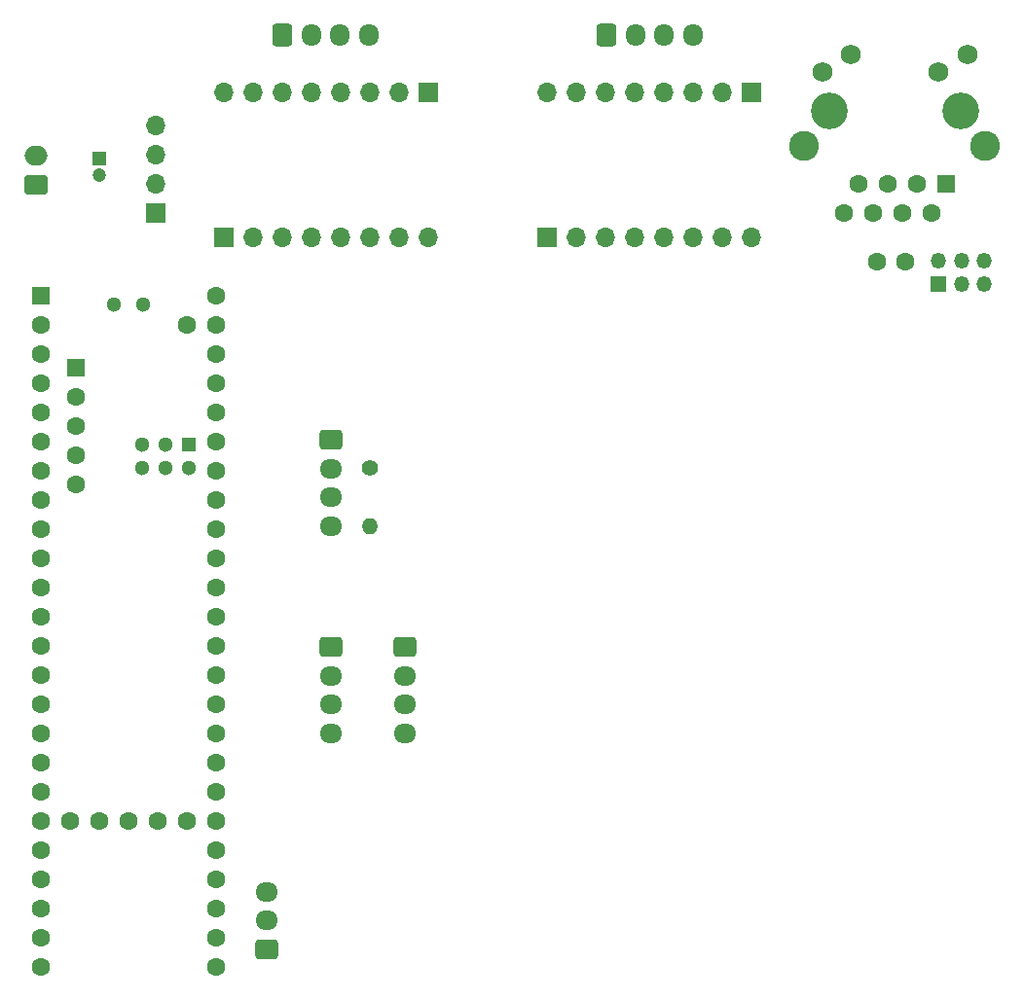
<source format=gbs>
%TF.GenerationSoftware,KiCad,Pcbnew,8.0.1*%
%TF.CreationDate,2024-05-05T15:48:18-04:00*%
%TF.ProjectId,science-board,73636965-6e63-4652-9d62-6f6172642e6b,rev?*%
%TF.SameCoordinates,Original*%
%TF.FileFunction,Soldermask,Bot*%
%TF.FilePolarity,Negative*%
%FSLAX46Y46*%
G04 Gerber Fmt 4.6, Leading zero omitted, Abs format (unit mm)*
G04 Created by KiCad (PCBNEW 8.0.1) date 2024-05-05 15:48:18*
%MOMM*%
%LPD*%
G01*
G04 APERTURE LIST*
G04 Aperture macros list*
%AMRoundRect*
0 Rectangle with rounded corners*
0 $1 Rounding radius*
0 $2 $3 $4 $5 $6 $7 $8 $9 X,Y pos of 4 corners*
0 Add a 4 corners polygon primitive as box body*
4,1,4,$2,$3,$4,$5,$6,$7,$8,$9,$2,$3,0*
0 Add four circle primitives for the rounded corners*
1,1,$1+$1,$2,$3*
1,1,$1+$1,$4,$5*
1,1,$1+$1,$6,$7*
1,1,$1+$1,$8,$9*
0 Add four rect primitives between the rounded corners*
20,1,$1+$1,$2,$3,$4,$5,0*
20,1,$1+$1,$4,$5,$6,$7,0*
20,1,$1+$1,$6,$7,$8,$9,0*
20,1,$1+$1,$8,$9,$2,$3,0*%
G04 Aperture macros list end*
%ADD10R,1.700000X1.700000*%
%ADD11O,1.700000X1.700000*%
%ADD12R,1.350000X1.350000*%
%ADD13O,1.350000X1.350000*%
%ADD14RoundRect,0.250000X-0.725000X0.600000X-0.725000X-0.600000X0.725000X-0.600000X0.725000X0.600000X0*%
%ADD15O,1.950000X1.700000*%
%ADD16C,3.200000*%
%ADD17RoundRect,0.102000X-0.699000X-0.699000X0.699000X-0.699000X0.699000X0.699000X-0.699000X0.699000X0*%
%ADD18C,1.602000*%
%ADD19C,1.734000*%
%ADD20C,2.604000*%
%ADD21RoundRect,0.250000X-0.600000X-0.725000X0.600000X-0.725000X0.600000X0.725000X-0.600000X0.725000X0*%
%ADD22O,1.700000X1.950000*%
%ADD23RoundRect,0.250000X0.750000X-0.600000X0.750000X0.600000X-0.750000X0.600000X-0.750000X-0.600000X0*%
%ADD24O,2.000000X1.700000*%
%ADD25C,1.400000*%
%ADD26O,1.400000X1.400000*%
%ADD27C,1.600000*%
%ADD28R,1.200000X1.200000*%
%ADD29C,1.200000*%
%ADD30R,1.600000X1.600000*%
%ADD31R,1.300000X1.300000*%
%ADD32C,1.300000*%
%ADD33RoundRect,0.250000X0.725000X-0.600000X0.725000X0.600000X-0.725000X0.600000X-0.725000X-0.600000X0*%
G04 APERTURE END LIST*
D10*
X36370000Y-43950000D03*
D11*
X38910000Y-43950000D03*
X41450000Y-43950000D03*
X43990000Y-43950000D03*
X46530000Y-43950000D03*
X49070000Y-43950000D03*
X51610000Y-43950000D03*
X54150000Y-43950000D03*
D12*
X98540000Y-47980000D03*
D13*
X98540000Y-45980000D03*
X100540000Y-47980000D03*
X100540000Y-45980000D03*
X102540000Y-47980000D03*
X102540000Y-45980000D03*
D10*
X54120000Y-31300000D03*
D11*
X51580000Y-31300000D03*
X49040000Y-31300000D03*
X46500000Y-31300000D03*
X43960000Y-31300000D03*
X41420000Y-31300000D03*
X38880000Y-31300000D03*
X36340000Y-31300000D03*
D10*
X64530000Y-43950000D03*
D11*
X67070000Y-43950000D03*
X69610000Y-43950000D03*
X72150000Y-43950000D03*
X74690000Y-43950000D03*
X77230000Y-43950000D03*
X79770000Y-43950000D03*
X82310000Y-43950000D03*
D14*
X52116000Y-79562000D03*
D15*
X52116000Y-82062000D03*
X52116000Y-84562000D03*
X52116000Y-87062000D03*
D10*
X82280000Y-31300000D03*
D11*
X79740000Y-31300000D03*
X77200000Y-31300000D03*
X74660000Y-31300000D03*
X72120000Y-31300000D03*
X69580000Y-31300000D03*
X67040000Y-31300000D03*
X64500000Y-31300000D03*
D14*
X45720000Y-61548000D03*
D15*
X45720000Y-64048000D03*
X45720000Y-66548000D03*
X45720000Y-69048000D03*
D16*
X89020000Y-32880000D03*
X100450000Y-32880000D03*
D17*
X99180000Y-39230000D03*
D18*
X97910000Y-41770000D03*
X96640000Y-39230000D03*
X95370000Y-41770000D03*
X94100000Y-39230000D03*
X92830000Y-41770000D03*
X91560000Y-39230000D03*
X90290000Y-41770000D03*
D19*
X101060000Y-27980000D03*
X98545000Y-29500000D03*
X90925000Y-27980000D03*
X88410000Y-29500000D03*
D20*
X86860000Y-35930000D03*
X102610000Y-35930000D03*
D21*
X69655000Y-26300000D03*
D22*
X72155000Y-26300000D03*
X74655000Y-26300000D03*
X77155000Y-26300000D03*
D23*
X20030000Y-39310000D03*
D24*
X20030000Y-36810000D03*
D25*
X49050000Y-63988000D03*
D26*
X49050000Y-69068000D03*
D27*
X95680000Y-46010000D03*
X93180000Y-46010000D03*
D28*
X25550000Y-37020000D03*
D29*
X25550000Y-38520000D03*
D14*
X45720000Y-79582000D03*
D15*
X45720000Y-82082000D03*
X45720000Y-84582000D03*
X45720000Y-87082000D03*
D21*
X41495000Y-26300000D03*
D22*
X43995000Y-26300000D03*
X46495000Y-26300000D03*
X48995000Y-26300000D03*
D30*
X20500000Y-49000000D03*
D27*
X20500000Y-51540000D03*
X20500000Y-54080000D03*
X20500000Y-56620000D03*
X20500000Y-59160000D03*
X20500000Y-61700000D03*
X20500000Y-64240000D03*
X20500000Y-66780000D03*
X20500000Y-69320000D03*
X20500000Y-71860000D03*
X20500000Y-74400000D03*
X20500000Y-76940000D03*
X20500000Y-79480000D03*
X20500000Y-82020000D03*
X20500000Y-84560000D03*
X20500000Y-87100000D03*
X20500000Y-89640000D03*
X20500000Y-92180000D03*
X20500000Y-94720000D03*
X20500000Y-97260000D03*
X20500000Y-99800000D03*
X20500000Y-102340000D03*
X20500000Y-104880000D03*
X20500000Y-107420000D03*
X35740000Y-107420000D03*
X35740000Y-104880000D03*
X35740000Y-102340000D03*
X35740000Y-99800000D03*
X35740000Y-97260000D03*
X35740000Y-94720000D03*
X35740000Y-92180000D03*
X35740000Y-89640000D03*
X35740000Y-87100000D03*
X35740000Y-84560000D03*
X35740000Y-82020000D03*
X35740000Y-79480000D03*
X35740000Y-76940000D03*
X35740000Y-74400000D03*
X35740000Y-71860000D03*
X35740000Y-69320000D03*
X35740000Y-66780000D03*
X35740000Y-64240000D03*
X35740000Y-61700000D03*
X35740000Y-59160000D03*
X35740000Y-56620000D03*
X35740000Y-54080000D03*
X35740000Y-51540000D03*
X35740000Y-49000000D03*
X33200000Y-51540000D03*
X23040000Y-94720000D03*
X25580000Y-94720000D03*
X28120000Y-94720000D03*
X30660000Y-94720000D03*
X33200000Y-94720000D03*
D30*
X23550800Y-55299200D03*
D27*
X23550800Y-57839200D03*
X23550800Y-60379200D03*
X23550800Y-62919200D03*
X23550800Y-65459200D03*
D31*
X33301600Y-61970000D03*
D32*
X31301600Y-61970000D03*
X29301600Y-61970000D03*
X29301600Y-63970000D03*
X31301600Y-63970000D03*
X33301600Y-63970000D03*
X29390000Y-49730000D03*
X26850000Y-49730000D03*
D33*
X40086000Y-105878000D03*
D15*
X40086000Y-103378000D03*
X40086000Y-100878000D03*
D10*
X30480000Y-41810000D03*
D11*
X30480000Y-39270000D03*
X30480000Y-36730000D03*
X30480000Y-34190000D03*
M02*

</source>
